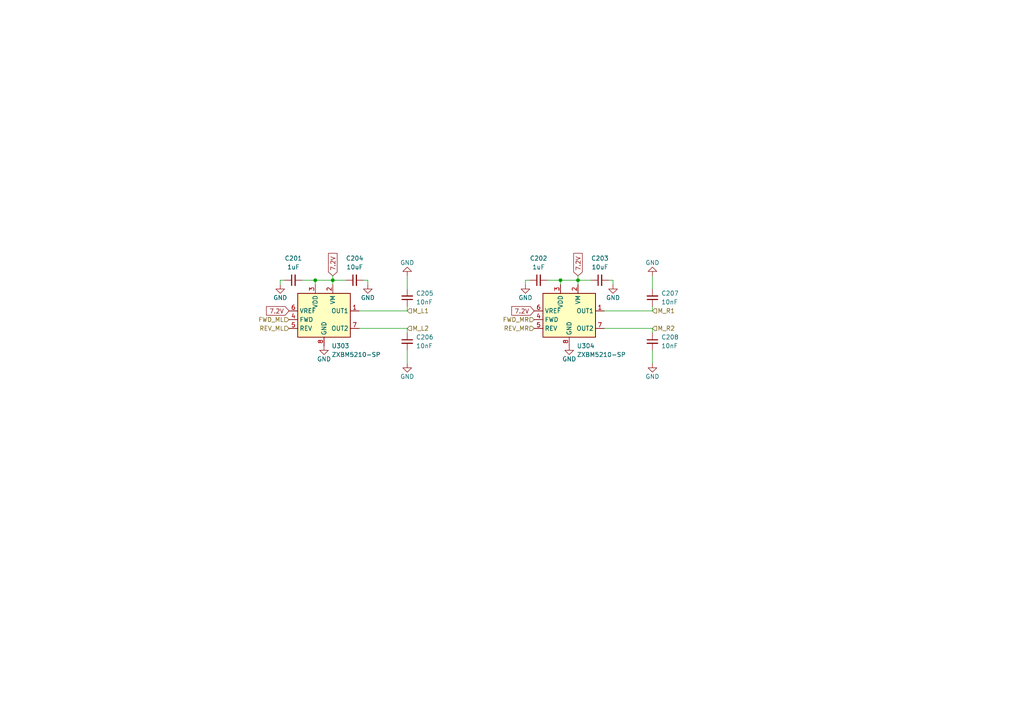
<source format=kicad_sch>
(kicad_sch (version 20230121) (generator eeschema)
  (paper "A4")
  (title_block (title "robot") (date "2023-09-19") (rev "Dorian, Gael, Clément, Laksan") (company "ENSEA"))
  (lib_symbols
    (symbol "Device:C_Small" (pin_numbers hide) (pin_names (offset 0.254) hide)
      (property "Reference" "C" (at 0.254 1.778 0))
      (property "Value" "C_Small" (at 0.254 -2.032 0))
      (symbol "C_Small_0_1"
        (polyline (pts (xy -1.524 -0.508) (xy 1.524 -0.508)) (stroke (width 0.3302)))
        (polyline (pts (xy -1.524 0.508) (xy 1.524 0.508)) (stroke (width 0.3048)))
      )
      (symbol "C_Small_1_1"
        (pin passive line (at 0 2.54 270) (length 2.032) (name "~") (number "1"))
        (pin passive line (at 0 -2.54 90) (length 2.032) (name "~") (number "2"))
      )
    )
    (symbol "Driver_Motor:ZXBM5210-SP"
      (property "Reference" "U" (at -7.62 8.89 0))
      (property "Value" "ZXBM5210-SP" (at 10.16 8.89 0))
      (symbol "ZXBM5210-SP_0_0"
        (pin output line (at 10.16 2.54 180) (length 2.54) (name "OUT1") (number "1"))
        (pin power_in line (at 2.54 10.16 270) (length 2.54) (name "VM") (number "2"))
        (pin power_in line (at -2.54 10.16 270) (length 2.54) (name "VDD") (number "3"))
        (pin input line (at -10.16 0 0) (length 2.54) (name "FWD") (number "4"))
        (pin input line (at -10.16 -2.54 0) (length 2.54) (name "REV") (number "5"))
        (pin input line (at -10.16 2.54 0) (length 2.54) (name "VREF") (number "6"))
        (pin output line (at 10.16 -2.54 180) (length 2.54) (name "OUT2") (number "7"))
        (pin power_in line (at 0 -7.62 90) (length 2.54) (name "GND") (number "8"))
        (pin passive line (at 0 -7.62 90) (length 2.54) hide (name "GND") (number "9"))
      )
      (symbol "ZXBM5210-SP_0_1"
        (rectangle (start -7.62 7.62) (end 7.62 -5.08) (stroke (width 0.254)) (fill (type background)))
      )
    )
    (symbol "power:GND" (power) (pin_names (offset 0))
      (property "Value" "GND" (at 0 -3.81 0))
      (symbol "GND_0_1"
        (polyline (pts (xy 0 0) (xy 0 -1.27) (xy 1.27 -1.27) (xy 0 -2.54) (xy -1.27 -1.27) (xy 0 -1.27)))
      )
      (symbol "GND_1_1"
        (pin power_in line (at 0 0 270) (length 0) hide (name "GND") (number "1"))
      )
    )
  )
  (junction (at 91.44 81.28))
  (junction (at 96.52 81.28))
  (junction (at 167.64 81.28))
  (junction (at 162.56 81.28))
  (wire (pts (xy 189.23 101.6) (xy 189.23 105.41)))
  (wire (pts (xy 162.56 81.28) (xy 167.64 81.28)))
  (wire (pts (xy 167.64 81.28) (xy 171.45 81.28)))
  (wire (pts (xy 118.11 80.01) (xy 118.11 83.82)))
  (wire (pts (xy 189.23 90.17) (xy 175.26 90.17)))
  (wire (pts (xy 118.11 96.52) (xy 118.11 95.25)))
  (wire (pts (xy 81.28 81.28) (xy 81.28 82.55)))
  (wire (pts (xy 91.44 81.28) (xy 96.52 81.28)))
  (wire (pts (xy 152.4 81.28) (xy 152.4 82.55)))
  (wire (pts (xy 189.23 95.25) (xy 175.26 95.25)))
  (wire (pts (xy 105.41 81.28) (xy 106.68 81.28)))
  (wire (pts (xy 82.55 81.28) (xy 81.28 81.28)))
  (wire (pts (xy 167.64 80.01) (xy 167.64 81.28)))
  (wire (pts (xy 96.52 81.28) (xy 96.52 82.55)))
  (wire (pts (xy 118.11 90.17) (xy 104.14 90.17)))
  (wire (pts (xy 189.23 80.01) (xy 189.23 83.82)))
  (wire (pts (xy 162.56 82.55) (xy 162.56 81.28)))
  (wire (pts (xy 96.52 81.28) (xy 100.33 81.28)))
  (wire (pts (xy 118.11 101.6) (xy 118.11 105.41)))
  (wire (pts (xy 158.75 81.28) (xy 162.56 81.28)))
  (wire (pts (xy 96.52 80.01) (xy 96.52 81.28)))
  (wire (pts (xy 176.53 81.28) (xy 177.8 81.28)))
  (wire (pts (xy 189.23 96.52) (xy 189.23 95.25)))
  (wire (pts (xy 106.68 81.28) (xy 106.68 82.55)))
  (wire (pts (xy 153.67 81.28) (xy 152.4 81.28)))
  (wire (pts (xy 177.8 81.28) (xy 177.8 82.55)))
  (wire (pts (xy 91.44 82.55) (xy 91.44 81.28)))
  (wire (pts (xy 118.11 88.9) (xy 118.11 90.17)))
  (wire (pts (xy 87.63 81.28) (xy 91.44 81.28)))
  (wire (pts (xy 118.11 95.25) (xy 104.14 95.25)))
  (wire (pts (xy 189.23 88.9) (xy 189.23 90.17)))
  (wire (pts (xy 167.64 81.28) (xy 167.64 82.55)))
  (global_label "7.2V" (shape input) (at 83.82 90.17 180) (property "Intersheetrefs" "${INTERSHEET_REFS}" (effects hide)))
  (global_label "7.2V" (shape input) (at 96.52 80.01 90) (property "Intersheetrefs" "${INTERSHEET_REFS}" (effects hide)))
  (global_label "7.2V" (shape input) (at 154.94 90.17 180) (property "Intersheetrefs" "${INTERSHEET_REFS}" (effects hide)))
  (global_label "7.2V" (shape input) (at 167.64 80.01 90) (property "Intersheetrefs" "${INTERSHEET_REFS}" (effects hide)))
  (hierarchical_label "M_L1" (shape input) (at 118.11 90.17 0))
  (hierarchical_label "REV_MR" (shape input) (at 154.94 95.25 180))
  (hierarchical_label "REV_ML" (shape input) (at 83.82 95.25 180))
  (hierarchical_label "M_R1" (shape input) (at 189.23 90.17 0))
  (hierarchical_label "M_L2" (shape input) (at 118.11 95.25 0))
  (hierarchical_label "M_R2" (shape input) (at 189.23 95.25 0))
  (hierarchical_label "FWD_ML" (shape input) (at 83.82 92.71 180))
  (hierarchical_label "FWD_MR" (shape input) (at 154.94 92.71 180))
  (symbol (lib_id "Device:C_Small") (at 85.09 81.28 90) (unit 1)
    (property "Reference" "C201" (at 85.0963 74.93 90))
    (property "Value" "1uF" (at 85.0963 77.47 90))
    (property "Footprint" "Capacitor_SMD:C_0603_1608Metric_Pad1.08x0.95mm_HandSolder" (effects hide))
    (instances (project "robot" (path "" (reference "C201") (unit 1))) (project "robot" (path "" (reference "C301") (unit 1))) (project "Moteur" (path "" (reference "C201") (unit 1))))
  )
  (symbol (lib_id "power:GND") (at 189.23 80.01 180) (unit 1)
    (property "Reference" "#PWR0207" (effects hide))
    (property "Value" "GND" (at 189.23 76.2 0))
    (instances (project "robot" (path "" (reference "#PWR0207") (unit 1))) (project "robot" (path "" (reference "#PWR0310") (unit 1))) (project "Moteur" (path "" (reference "#PWR0207") (unit 1))))
  )
  (symbol (lib_id "power:GND") (at 165.1 100.33 0) (unit 1)
    (property "Reference" "#PWR0203" (effects hide))
    (property "Value" "GND" (at 165.1 104.14 0))
    (instances (project "robot" (path "" (reference "#PWR0203") (unit 1))) (project "robot" (path "" (reference "#PWR0305") (unit 1))) (project "Moteur" (path "" (reference "#PWR0203") (unit 1))))
  )
  (symbol (lib_id "power:GND") (at 152.4 82.55 0) (unit 1)
    (property "Reference" "#PWR0202" (effects hide))
    (property "Value" "GND" (at 152.4 86.36 0))
    (instances (project "robot" (path "" (reference "#PWR0202") (unit 1))) (project "robot" (path "" (reference "#PWR0304") (unit 1))) (project "Moteur" (path "" (reference "#PWR0202") (unit 1))))
  )
  (symbol (lib_id "Device:C_Small") (at 173.99 81.28 90) (unit 1)
    (property "Reference" "C203" (at 173.9963 74.93 90))
    (property "Value" "10uF" (at 173.9963 77.47 90))
    (property "Footprint" "Capacitor_SMD:C_0603_1608Metric_Pad1.08x0.95mm_HandSolder" (effects hide))
    (instances (project "robot" (path "" (reference "C203") (unit 1))) (project "robot" (path "" (reference "C306") (unit 1))) (project "Moteur" (path "" (reference "C203") (unit 1))))
  )
  (symbol (lib_id "Driver_Motor:ZXBM5210-SP") (at 93.98 92.71 0) (unit 1)
    (property "Reference" "U303" (at 96.1741 100.33 0) (effects (justify left)))
    (property "Value" "ZXBM5210-SP" (at 96.1741 102.87 0) (effects (justify left)))
    (property "Footprint" "Package_SO:Diodes_SO-8EP" (effects hide))
    (property "Datasheet" "https://www.diodes.com/assets/Datasheets/ZXBM5210.pdf" (effects hide))
  )
  (symbol (lib_id "Device:C_Small") (at 118.11 86.36 180) (unit 1)
    (property "Reference" "C205" (at 120.65 85.0836 0) (effects (justify right)))
    (property "Value" "10nF" (at 120.65 87.6236 0) (effects (justify right)))
    (property "Footprint" "Capacitor_SMD:C_0603_1608Metric_Pad1.08x0.95mm_HandSolder" (effects hide))
    (instances (project "robot" (path "" (reference "C205") (unit 1))) (project "robot" (path "" (reference "C303") (unit 1))) (project "Moteur" (path "" (reference "C205") (unit 1))))
  )
  (symbol (lib_id "Device:C_Small") (at 118.11 99.06 0) (unit 1)
    (property "Reference" "C206" (at 120.65 97.7963 0) (effects (justify left)))
    (property "Value" "10nF" (at 120.65 100.3363 0) (effects (justify left)))
    (property "Footprint" "Capacitor_SMD:C_0603_1608Metric_Pad1.08x0.95mm_HandSolder" (effects hide))
    (instances (project "robot" (path "" (reference "C206") (unit 1))) (project "robot" (path "" (reference "C304") (unit 1))) (project "Moteur" (path "" (reference "C206") (unit 1))))
  )
  (symbol (lib_id "power:GND") (at 81.28 82.55 0) (unit 1)
    (property "Reference" "#PWR0205" (effects hide))
    (property "Value" "GND" (at 81.28 86.36 0))
    (instances (project "robot" (path "" (reference "#PWR0205") (unit 1))) (project "robot" (path "" (reference "#PWR0301") (unit 1))) (project "Moteur" (path "" (reference "#PWR0205") (unit 1))))
  )
  (symbol (lib_id "power:GND") (at 118.11 80.01 180) (unit 1)
    (property "Reference" "#PWR0207" (effects hide))
    (property "Value" "GND" (at 118.11 76.2 0))
    (instances (project "robot" (path "" (reference "#PWR0207") (unit 1))) (project "robot" (path "" (reference "#PWR0308") (unit 1))) (project "Moteur" (path "" (reference "#PWR0207") (unit 1))))
  )
  (symbol (lib_id "Driver_Motor:ZXBM5210-SP") (at 165.1 92.71 0) (unit 1)
    (property "Reference" "U304" (at 167.2941 100.33 0) (effects (justify left)))
    (property "Value" "ZXBM5210-SP" (at 167.2941 102.87 0) (effects (justify left)))
    (property "Footprint" "Package_SO:Diodes_SO-8EP" (effects hide))
    (property "Datasheet" "https://www.diodes.com/assets/Datasheets/ZXBM5210.pdf" (effects hide))
  )
  (symbol (lib_id "power:GND") (at 106.68 82.55 0) (unit 1)
    (property "Reference" "#PWR0207" (effects hide))
    (property "Value" "GND" (at 106.68 86.36 0))
    (instances (project "robot" (path "" (reference "#PWR0207") (unit 1))) (project "robot" (path "" (reference "#PWR0303") (unit 1))) (project "Moteur" (path "" (reference "#PWR0207") (unit 1))))
  )
  (symbol (lib_id "Device:C_Small") (at 102.87 81.28 90) (unit 1)
    (property "Reference" "C204" (at 102.8763 74.93 90))
    (property "Value" "10uF" (at 102.8763 77.47 90))
    (property "Footprint" "Capacitor_SMD:C_0603_1608Metric_Pad1.08x0.95mm_HandSolder" (effects hide))
    (instances (project "robot" (path "" (reference "C204") (unit 1))) (project "robot" (path "" (reference "C302") (unit 1))) (project "Moteur" (path "" (reference "C204") (unit 1))))
  )
  (symbol (lib_id "power:GND") (at 177.8 82.55 0) (unit 1)
    (property "Reference" "#PWR0204" (effects hide))
    (property "Value" "GND" (at 177.8 86.36 0))
    (instances (project "robot" (path "" (reference "#PWR0204") (unit 1))) (project "robot" (path "" (reference "#PWR0306") (unit 1))) (project "Moteur" (path "" (reference "#PWR0204") (unit 1))))
  )
  (symbol (lib_id "power:GND") (at 118.11 105.41 0) (unit 1)
    (property "Reference" "#PWR0207" (effects hide))
    (property "Value" "GND" (at 118.11 109.22 0))
    (instances (project "robot" (path "" (reference "#PWR0207") (unit 1))) (project "robot" (path "" (reference "#PWR0307") (unit 1))) (project "Moteur" (path "" (reference "#PWR0207") (unit 1))))
  )
  (symbol (lib_id "Device:C_Small") (at 189.23 99.06 0) (unit 1)
    (property "Reference" "C208" (at 191.77 97.7963 0) (effects (justify left)))
    (property "Value" "10nF" (at 191.77 100.3363 0) (effects (justify left)))
    (property "Footprint" "Capacitor_SMD:C_0603_1608Metric_Pad1.08x0.95mm_HandSolder" (effects hide))
    (instances (project "robot" (path "" (reference "C208") (unit 1))) (project "robot" (path "" (reference "C308") (unit 1))) (project "Moteur" (path "" (reference "C208") (unit 1))))
  )
  (symbol (lib_id "power:GND") (at 93.98 100.33 0) (unit 1)
    (property "Reference" "#PWR0201" (effects hide))
    (property "Value" "GND" (at 93.98 104.14 0))
    (instances (project "robot" (path "" (reference "#PWR0201") (unit 1))) (project "robot" (path "" (reference "#PWR0302") (unit 1))) (project "Moteur" (path "" (reference "#PWR0201") (unit 1))))
  )
  (symbol (lib_id "power:GND") (at 189.23 105.41 0) (unit 1)
    (property "Reference" "#PWR0207" (effects hide))
    (property "Value" "GND" (at 189.23 109.22 0))
    (instances (project "robot" (path "" (reference "#PWR0207") (unit 1))) (project "robot" (path "" (reference "#PWR0309") (unit 1))) (project "Moteur" (path "" (reference "#PWR0207") (unit 1))))
  )
  (symbol (lib_id "Device:C_Small") (at 189.23 86.36 180) (unit 1)
    (property "Reference" "C207" (at 191.77 85.0836 0) (effects (justify right)))
    (property "Value" "10nF" (at 191.77 87.6236 0) (effects (justify right)))
    (property "Footprint" "Capacitor_SMD:C_0603_1608Metric_Pad1.08x0.95mm_HandSolder" (effects hide))
    (instances (project "robot" (path "" (reference "C207") (unit 1))) (project "robot" (path "" (reference "C307") (unit 1))) (project "Moteur" (path "" (reference "C207") (unit 1))))
  )
  (symbol (lib_id "Device:C_Small") (at 156.21 81.28 90) (unit 1)
    (property "Reference" "C202" (at 156.2163 74.93 90))
    (property "Value" "1uF" (at 156.2163 77.47 90))
    (property "Footprint" "Capacitor_SMD:C_0603_1608Metric_Pad1.08x0.95mm_HandSolder" (effects hide))
    (instances (project "robot" (path "" (reference "C202") (unit 1))) (project "robot" (path "" (reference "C305") (unit 1))) (project "Moteur" (path "" (reference "C202") (unit 1))))
  )
)
</source>
